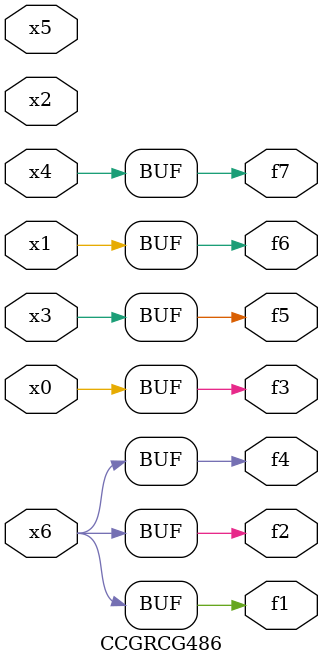
<source format=v>
module CCGRCG486(
	input x0, x1, x2, x3, x4, x5, x6,
	output f1, f2, f3, f4, f5, f6, f7
);
	assign f1 = x6;
	assign f2 = x6;
	assign f3 = x0;
	assign f4 = x6;
	assign f5 = x3;
	assign f6 = x1;
	assign f7 = x4;
endmodule

</source>
